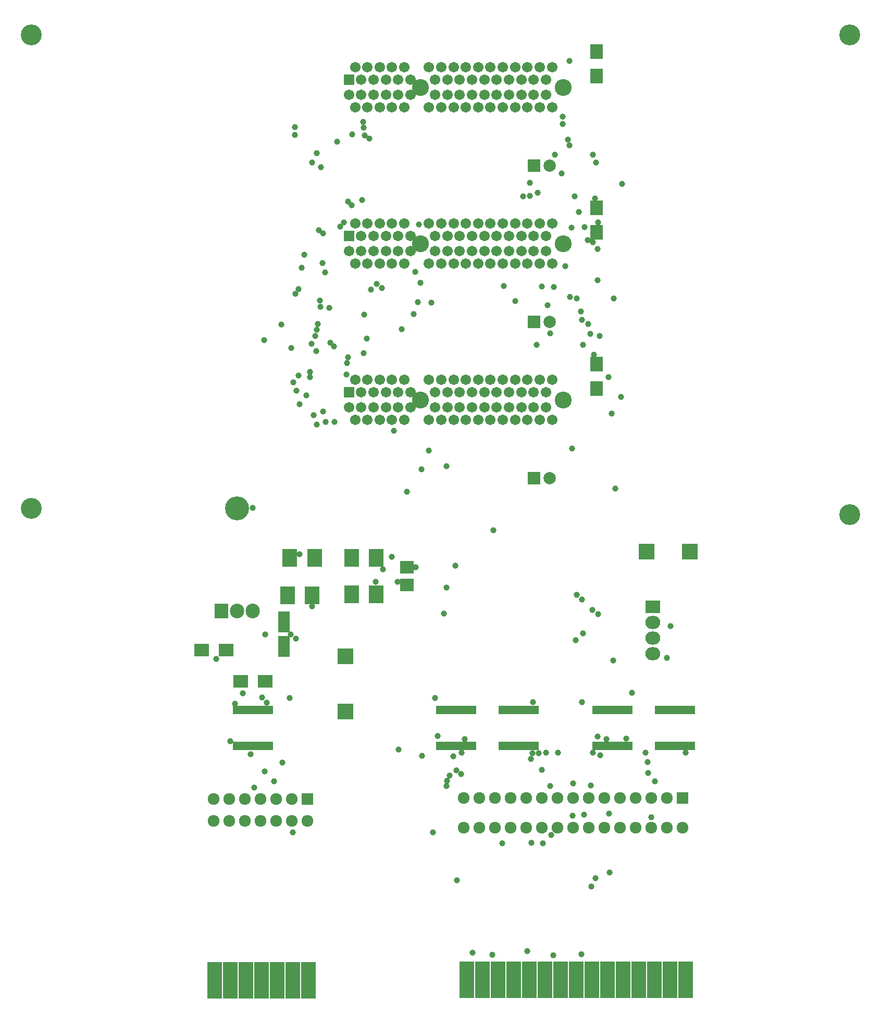
<source format=gts>
%TF.GenerationSoftware,KiCad,Pcbnew,4.0.2+dfsg1-stable*%
%TF.CreationDate,2019-06-27T14:18:58+02:00*%
%TF.ProjectId,abex,616265782E6B696361645F7063620000,rev?*%
%TF.FileFunction,Soldermask,Top*%
%FSLAX46Y46*%
G04 Gerber Fmt 4.6, Leading zero omitted, Abs format (unit mm)*
G04 Created by KiCad (PCBNEW 4.0.2+dfsg1-stable) date gio 27 giu 2019 14:18:58 CEST*
%MOMM*%
G01*
G04 APERTURE LIST*
%ADD10C,0.100000*%
%ADD11R,2.400000X2.000000*%
%ADD12R,1.901140X3.399740*%
%ADD13R,2.330400X5.988000*%
%ADD14C,1.924000*%
%ADD15R,1.924000X1.924000*%
%ADD16R,2.200860X1.997660*%
%ADD17R,2.400000X2.900000*%
%ADD18R,0.800000X1.400000*%
%ADD19R,2.635200X2.635200*%
%ADD20C,3.400000*%
%ADD21R,2.432000X2.127200*%
%ADD22O,2.432000X2.127200*%
%ADD23R,2.000000X2.000000*%
%ADD24C,2.000000*%
%ADD25O,3.900000X3.900000*%
%ADD26R,2.305000X2.400000*%
%ADD27O,2.305000X2.400000*%
%ADD28R,1.708000X1.708000*%
%ADD29C,1.708000*%
%ADD30C,2.750000*%
%ADD31R,2.000000X2.400000*%
%ADD32C,1.000000*%
G04 APERTURE END LIST*
D10*
D11*
X85630000Y-127000000D03*
X89630000Y-127000000D03*
X95980000Y-132080000D03*
X91980000Y-132080000D03*
D12*
X99060000Y-122461020D03*
X99060000Y-126458980D03*
D13*
X164330000Y-180652000D03*
X161790000Y-180652000D03*
X159250000Y-180652000D03*
X156710000Y-180652000D03*
X154170000Y-180652000D03*
X151630000Y-180652000D03*
X149090000Y-180652000D03*
X146550000Y-180652000D03*
X144010000Y-180652000D03*
X141470000Y-180652000D03*
X138930000Y-180652000D03*
X136390000Y-180652000D03*
X133850000Y-180652000D03*
X131310000Y-180652000D03*
X128770000Y-180652000D03*
D14*
X128220000Y-151074300D03*
X128220000Y-155925700D03*
X130760000Y-151074300D03*
X130760000Y-155925700D03*
X133300000Y-151074300D03*
X133300000Y-155925700D03*
X135840000Y-151074300D03*
X135840000Y-155925700D03*
X138380000Y-151074300D03*
X138380000Y-155925700D03*
X140920000Y-151074300D03*
X140920000Y-155925700D03*
X143460000Y-151074300D03*
X143460000Y-155925700D03*
X146000000Y-151074300D03*
X146000000Y-155925700D03*
X148540000Y-151074300D03*
X148540000Y-155925700D03*
X151080000Y-151074300D03*
X151080000Y-155925700D03*
X153620000Y-151074300D03*
X153620000Y-155925700D03*
X156160000Y-151074300D03*
X156160000Y-155925700D03*
X158700000Y-151074300D03*
X158700000Y-155925700D03*
X161240000Y-151074300D03*
X161240000Y-155925700D03*
D15*
X163780000Y-151074300D03*
D14*
X163780000Y-155925700D03*
D16*
X119000000Y-113580140D03*
X119000000Y-116419860D03*
D13*
X103022000Y-180690000D03*
X100482000Y-180690000D03*
X97942000Y-180690000D03*
X95402000Y-180690000D03*
X92862000Y-180690000D03*
X90322000Y-180690000D03*
X87782000Y-180690000D03*
D17*
X114000000Y-118000000D03*
X110000000Y-118000000D03*
X110000000Y-112000000D03*
X114000000Y-112000000D03*
X100000000Y-112000000D03*
X104000000Y-112000000D03*
D18*
X165485000Y-136800000D03*
X164835000Y-136800000D03*
X164185000Y-136800000D03*
X163535000Y-136800000D03*
X162885000Y-136800000D03*
X162235000Y-136800000D03*
X161585000Y-136800000D03*
X160935000Y-136800000D03*
X160285000Y-136800000D03*
X159635000Y-136800000D03*
X159635000Y-142600000D03*
X160285000Y-142600000D03*
X160935000Y-142600000D03*
X161585000Y-142600000D03*
X162235000Y-142600000D03*
X162885000Y-142600000D03*
X163535000Y-142600000D03*
X164185000Y-142600000D03*
X164835000Y-142600000D03*
X165485000Y-142600000D03*
X129925000Y-136800000D03*
X129275000Y-136800000D03*
X128625000Y-136800000D03*
X127975000Y-136800000D03*
X127325000Y-136800000D03*
X126675000Y-136800000D03*
X126025000Y-136800000D03*
X125375000Y-136800000D03*
X124725000Y-136800000D03*
X124075000Y-136800000D03*
X124075000Y-142600000D03*
X124725000Y-142600000D03*
X125375000Y-142600000D03*
X126025000Y-142600000D03*
X126675000Y-142600000D03*
X127325000Y-142600000D03*
X127975000Y-142600000D03*
X128625000Y-142600000D03*
X129275000Y-142600000D03*
X129925000Y-142600000D03*
X140085000Y-136800000D03*
X139435000Y-136800000D03*
X138785000Y-136800000D03*
X138135000Y-136800000D03*
X137485000Y-136800000D03*
X136835000Y-136800000D03*
X136185000Y-136800000D03*
X135535000Y-136800000D03*
X134885000Y-136800000D03*
X134235000Y-136800000D03*
X134235000Y-142600000D03*
X134885000Y-142600000D03*
X135535000Y-142600000D03*
X136185000Y-142600000D03*
X136835000Y-142600000D03*
X137485000Y-142600000D03*
X138135000Y-142600000D03*
X138785000Y-142600000D03*
X139435000Y-142600000D03*
X140085000Y-142600000D03*
X155325000Y-136800000D03*
X154675000Y-136800000D03*
X154025000Y-136800000D03*
X153375000Y-136800000D03*
X152725000Y-136800000D03*
X152075000Y-136800000D03*
X151425000Y-136800000D03*
X150775000Y-136800000D03*
X150125000Y-136800000D03*
X149475000Y-136800000D03*
X149475000Y-142600000D03*
X150125000Y-142600000D03*
X150775000Y-142600000D03*
X151425000Y-142600000D03*
X152075000Y-142600000D03*
X152725000Y-142600000D03*
X153375000Y-142600000D03*
X154025000Y-142600000D03*
X154675000Y-142600000D03*
X155325000Y-142600000D03*
D19*
X165000000Y-111000000D03*
X158000000Y-111000000D03*
D20*
X191000000Y-27000000D03*
X58000000Y-104000000D03*
X191000000Y-105000000D03*
X58000000Y-27000000D03*
D19*
X109000000Y-128000000D03*
X109000000Y-137000000D03*
D15*
X102870000Y-151257000D03*
D14*
X100330000Y-151257000D03*
X97790000Y-151257000D03*
X95250000Y-151257000D03*
X92710000Y-151257000D03*
X90170000Y-151257000D03*
X87630000Y-151257000D03*
X102870000Y-154817000D03*
X100330000Y-154817000D03*
X97790000Y-154817000D03*
X95250000Y-154817000D03*
X92710000Y-154817000D03*
X90170000Y-154817000D03*
X87630000Y-154817000D03*
D21*
X159000000Y-120000000D03*
D22*
X159000000Y-122540000D03*
X159000000Y-125080000D03*
X159000000Y-127620000D03*
D23*
X139700000Y-99060000D03*
D24*
X142200000Y-99060000D03*
D23*
X139700000Y-48260000D03*
D24*
X142200000Y-48260000D03*
D23*
X139700000Y-73660000D03*
D24*
X142200000Y-73660000D03*
D17*
X103600000Y-118110000D03*
X99600000Y-118110000D03*
D25*
X91440000Y-103990000D03*
D26*
X88900000Y-120650000D03*
D27*
X91440000Y-120650000D03*
X93980000Y-120650000D03*
D18*
X96905000Y-136800000D03*
X96255000Y-136800000D03*
X95605000Y-136800000D03*
X94955000Y-136800000D03*
X94305000Y-136800000D03*
X93655000Y-136800000D03*
X93005000Y-136800000D03*
X92355000Y-136800000D03*
X91705000Y-136800000D03*
X91055000Y-136800000D03*
X91055000Y-142600000D03*
X91705000Y-142600000D03*
X92355000Y-142600000D03*
X93005000Y-142600000D03*
X93655000Y-142600000D03*
X94305000Y-142600000D03*
X94955000Y-142600000D03*
X95605000Y-142600000D03*
X96255000Y-142600000D03*
X96905000Y-142600000D03*
D28*
X109600000Y-85110000D03*
D29*
X110600000Y-83110000D03*
X111600000Y-85110000D03*
X112600000Y-83110000D03*
X113600000Y-85110000D03*
X114600000Y-83110000D03*
X115600000Y-85110000D03*
X116600000Y-83110000D03*
X117600000Y-85110000D03*
X118600000Y-83110000D03*
X119600000Y-85110000D03*
X109600000Y-87610000D03*
X110600000Y-89610000D03*
X111600000Y-87610000D03*
X112600000Y-89610000D03*
X113600000Y-87610000D03*
X114600000Y-89610000D03*
X115600000Y-87610000D03*
X116600000Y-89610000D03*
X117600000Y-87610000D03*
X118600000Y-89610000D03*
X119600000Y-87610000D03*
X122600000Y-83110000D03*
X123600000Y-85110000D03*
X124600000Y-83110000D03*
X125600000Y-85110000D03*
X126600000Y-83110000D03*
X127600000Y-85110000D03*
X128600000Y-83110000D03*
X129600000Y-85110000D03*
X130600000Y-83110000D03*
X131600000Y-85110000D03*
X132600000Y-83110000D03*
X133600000Y-85110000D03*
X134600000Y-83110000D03*
X135600000Y-85110000D03*
X136600000Y-83110000D03*
X137600000Y-85110000D03*
X138600000Y-83110000D03*
X139600000Y-85110000D03*
X140600000Y-83110000D03*
X141600000Y-85110000D03*
X142600000Y-83110000D03*
X122600000Y-89610000D03*
X123600000Y-87610000D03*
X124600000Y-89610000D03*
X125600000Y-87610000D03*
X126600000Y-89610000D03*
X127600000Y-87610000D03*
X128600000Y-89610000D03*
X129600000Y-87610000D03*
X130600000Y-89610000D03*
X131600000Y-87610000D03*
X132600000Y-89610000D03*
X133600000Y-87610000D03*
X134600000Y-89610000D03*
X135600000Y-87610000D03*
X136600000Y-89610000D03*
X137600000Y-87610000D03*
X138600000Y-89610000D03*
X139600000Y-87610000D03*
X140600000Y-89610000D03*
X141600000Y-87610000D03*
X142600000Y-89610000D03*
D30*
X121250000Y-86360000D03*
X144400000Y-86360000D03*
D28*
X109600000Y-59710000D03*
D29*
X110600000Y-57710000D03*
X111600000Y-59710000D03*
X112600000Y-57710000D03*
X113600000Y-59710000D03*
X114600000Y-57710000D03*
X115600000Y-59710000D03*
X116600000Y-57710000D03*
X117600000Y-59710000D03*
X118600000Y-57710000D03*
X119600000Y-59710000D03*
X109600000Y-62210000D03*
X110600000Y-64210000D03*
X111600000Y-62210000D03*
X112600000Y-64210000D03*
X113600000Y-62210000D03*
X114600000Y-64210000D03*
X115600000Y-62210000D03*
X116600000Y-64210000D03*
X117600000Y-62210000D03*
X118600000Y-64210000D03*
X119600000Y-62210000D03*
X122600000Y-57710000D03*
X123600000Y-59710000D03*
X124600000Y-57710000D03*
X125600000Y-59710000D03*
X126600000Y-57710000D03*
X127600000Y-59710000D03*
X128600000Y-57710000D03*
X129600000Y-59710000D03*
X130600000Y-57710000D03*
X131600000Y-59710000D03*
X132600000Y-57710000D03*
X133600000Y-59710000D03*
X134600000Y-57710000D03*
X135600000Y-59710000D03*
X136600000Y-57710000D03*
X137600000Y-59710000D03*
X138600000Y-57710000D03*
X139600000Y-59710000D03*
X140600000Y-57710000D03*
X141600000Y-59710000D03*
X142600000Y-57710000D03*
X122600000Y-64210000D03*
X123600000Y-62210000D03*
X124600000Y-64210000D03*
X125600000Y-62210000D03*
X126600000Y-64210000D03*
X127600000Y-62210000D03*
X128600000Y-64210000D03*
X129600000Y-62210000D03*
X130600000Y-64210000D03*
X131600000Y-62210000D03*
X132600000Y-64210000D03*
X133600000Y-62210000D03*
X134600000Y-64210000D03*
X135600000Y-62210000D03*
X136600000Y-64210000D03*
X137600000Y-62210000D03*
X138600000Y-64210000D03*
X139600000Y-62210000D03*
X140600000Y-64210000D03*
X141600000Y-62210000D03*
X142600000Y-64210000D03*
D30*
X121250000Y-60960000D03*
X144400000Y-60960000D03*
D28*
X109600000Y-34310000D03*
D29*
X110600000Y-32310000D03*
X111600000Y-34310000D03*
X112600000Y-32310000D03*
X113600000Y-34310000D03*
X114600000Y-32310000D03*
X115600000Y-34310000D03*
X116600000Y-32310000D03*
X117600000Y-34310000D03*
X118600000Y-32310000D03*
X119600000Y-34310000D03*
X109600000Y-36810000D03*
X110600000Y-38810000D03*
X111600000Y-36810000D03*
X112600000Y-38810000D03*
X113600000Y-36810000D03*
X114600000Y-38810000D03*
X115600000Y-36810000D03*
X116600000Y-38810000D03*
X117600000Y-36810000D03*
X118600000Y-38810000D03*
X119600000Y-36810000D03*
X122600000Y-32310000D03*
X123600000Y-34310000D03*
X124600000Y-32310000D03*
X125600000Y-34310000D03*
X126600000Y-32310000D03*
X127600000Y-34310000D03*
X128600000Y-32310000D03*
X129600000Y-34310000D03*
X130600000Y-32310000D03*
X131600000Y-34310000D03*
X132600000Y-32310000D03*
X133600000Y-34310000D03*
X134600000Y-32310000D03*
X135600000Y-34310000D03*
X136600000Y-32310000D03*
X137600000Y-34310000D03*
X138600000Y-32310000D03*
X139600000Y-34310000D03*
X140600000Y-32310000D03*
X141600000Y-34310000D03*
X142600000Y-32310000D03*
X122600000Y-38810000D03*
X123600000Y-36810000D03*
X124600000Y-38810000D03*
X125600000Y-36810000D03*
X126600000Y-38810000D03*
X127600000Y-36810000D03*
X128600000Y-38810000D03*
X129600000Y-36810000D03*
X130600000Y-38810000D03*
X131600000Y-36810000D03*
X132600000Y-38810000D03*
X133600000Y-36810000D03*
X134600000Y-38810000D03*
X135600000Y-36810000D03*
X136600000Y-38810000D03*
X137600000Y-36810000D03*
X138600000Y-38810000D03*
X139600000Y-36810000D03*
X140600000Y-38810000D03*
X141600000Y-36810000D03*
X142600000Y-38810000D03*
D30*
X121250000Y-35560000D03*
X144400000Y-35560000D03*
D31*
X149860000Y-33750000D03*
X149860000Y-29750000D03*
X149860000Y-59150000D03*
X149860000Y-55150000D03*
X149860000Y-84550000D03*
X149860000Y-80550000D03*
D32*
X149238500Y-60703200D03*
X149568800Y-53599600D03*
X164327200Y-143669300D03*
X132863500Y-176555300D03*
X161271900Y-128306900D03*
X139435000Y-143807300D03*
X154675000Y-141401400D03*
X150330500Y-75977900D03*
X151741100Y-82698400D03*
X101010500Y-125194600D03*
X149411100Y-78999200D03*
X157778700Y-143673200D03*
X147643600Y-77396100D03*
X146433400Y-125384200D03*
X149229400Y-143685400D03*
X95980000Y-124485700D03*
X100135700Y-124485700D03*
X151442800Y-141525100D03*
X159307000Y-148350900D03*
X158700000Y-154186300D03*
X143559600Y-143699000D03*
X148868400Y-149007800D03*
X147390000Y-176446000D03*
X141624800Y-143684100D03*
X146000000Y-148698700D03*
X147813100Y-153743100D03*
X149701800Y-164066400D03*
X139132100Y-144756100D03*
X142270100Y-149147800D03*
X140413600Y-143803900D03*
X140920000Y-146531700D03*
X142490000Y-157065300D03*
X142804200Y-176677200D03*
X134549800Y-158394900D03*
X138575300Y-175965600D03*
X151870300Y-153620800D03*
X149015100Y-165486500D03*
X150389900Y-144086700D03*
X127094300Y-146619500D03*
X123261400Y-156676700D03*
X158205300Y-147002400D03*
X158105800Y-145190300D03*
X151911900Y-163184700D03*
X127779800Y-147136800D03*
X128432900Y-141539100D03*
X125420000Y-149150800D03*
X141141800Y-158400300D03*
X139250600Y-158386000D03*
X126507600Y-144257100D03*
X125567500Y-148239300D03*
X127893100Y-143678800D03*
X125986100Y-147448200D03*
X127149100Y-164471100D03*
X145965700Y-153975700D03*
X129708900Y-176179200D03*
X120476600Y-113554300D03*
X115099500Y-113928100D03*
X139507100Y-135524200D03*
X96255000Y-135593500D03*
X123624500Y-134819300D03*
X140924800Y-67958200D03*
X91055000Y-135734700D03*
X120991400Y-57841000D03*
X112188300Y-43347600D03*
X147463600Y-135468900D03*
X113898900Y-115973900D03*
X117528100Y-115973900D03*
X149994000Y-141037200D03*
X98774800Y-145349900D03*
X97445700Y-148393300D03*
X95922400Y-146786100D03*
X93655000Y-143920300D03*
X100482000Y-156686400D03*
X121451800Y-144174200D03*
X94241900Y-149377900D03*
X124018600Y-140971800D03*
X117640200Y-143207400D03*
X90290800Y-141848500D03*
X99961500Y-134778600D03*
X112927300Y-43842300D03*
X101534700Y-87041000D03*
X148846100Y-75592700D03*
X149132500Y-120466100D03*
X146933100Y-55814100D03*
X145151700Y-44065000D03*
X92368500Y-134029500D03*
X107119200Y-77676200D03*
X101367500Y-68315700D03*
X109240100Y-80384900D03*
X103278300Y-82663200D03*
X125448200Y-116836700D03*
X152559200Y-128713200D03*
X100776500Y-41990500D03*
X100867200Y-69120900D03*
X95495600Y-134734100D03*
X106546700Y-77045900D03*
X114133100Y-67473600D03*
X102368100Y-62756700D03*
X133055500Y-107554500D03*
X100579000Y-83486400D03*
X145458900Y-31280600D03*
X109416200Y-79478800D03*
X103278300Y-81812900D03*
X100776500Y-43292700D03*
X95808000Y-76610300D03*
X93928800Y-103869700D03*
X114928000Y-68195400D03*
X88000700Y-128425900D03*
X101951800Y-64851900D03*
X143084400Y-46469800D03*
X146589500Y-118032800D03*
X147431900Y-73364700D03*
X146253500Y-53305600D03*
X148512300Y-74061200D03*
X147470600Y-118803400D03*
X145399300Y-45020200D03*
X147656300Y-124306900D03*
X145517700Y-69634000D03*
X147256200Y-72014600D03*
X150123900Y-121219900D03*
X144161000Y-49522800D03*
X108215000Y-58156600D03*
X101092500Y-84837100D03*
X105256600Y-64095300D03*
X105363300Y-59311000D03*
X105801200Y-89933000D03*
X104722300Y-58741100D03*
X105386900Y-88217600D03*
X111972000Y-42077000D03*
X104330500Y-46274700D03*
X100256700Y-77896700D03*
X112109000Y-72531200D03*
X107283600Y-89933000D03*
X116907300Y-91342700D03*
X108800000Y-57481300D03*
X111972000Y-78803500D03*
X105752100Y-65631800D03*
X103498400Y-77238400D03*
X118131000Y-74836300D03*
X104081200Y-75948100D03*
X109431600Y-54129400D03*
X104907200Y-70212200D03*
X121357800Y-97645600D03*
X120377000Y-65546700D03*
X102697100Y-85585500D03*
X109213900Y-82252400D03*
X125015600Y-121055800D03*
X155578000Y-133937900D03*
X104265800Y-78399400D03*
X101427300Y-82424400D03*
X112472300Y-76401800D03*
X111883000Y-41176900D03*
X98582200Y-74143000D03*
X113178000Y-68428800D03*
X107709600Y-44405500D03*
X116525400Y-111847000D03*
X103885300Y-88872300D03*
X110154900Y-43234000D03*
X104369900Y-90376500D03*
X105036000Y-48528000D03*
X103617100Y-47783300D03*
X118983500Y-101256000D03*
X126884300Y-113326500D03*
X110059600Y-54704200D03*
X106430900Y-71397700D03*
X120807700Y-70443300D03*
X122587800Y-94635700D03*
X125488300Y-97101500D03*
X111746900Y-53852300D03*
X104979400Y-71208100D03*
X121238400Y-67307500D03*
X104328700Y-74992900D03*
X120112700Y-72404300D03*
X104576200Y-74037800D03*
X123003700Y-70561400D03*
X137923400Y-53246000D03*
X134726300Y-67817600D03*
X138970400Y-53154000D03*
X140110500Y-77449500D03*
X140286200Y-52710200D03*
X136600000Y-70311000D03*
X138984200Y-51039600D03*
X144303500Y-41504800D03*
X150054000Y-57551400D03*
X141895100Y-71015900D03*
X142891400Y-67978900D03*
X145848500Y-94235400D03*
X145757000Y-58318200D03*
X147864500Y-58266400D03*
X142323800Y-75534700D03*
X101565200Y-111472900D03*
X152663200Y-69851100D03*
X144303500Y-40301000D03*
X149199600Y-46483600D03*
X154019900Y-51239400D03*
X152898000Y-100796900D03*
X146639000Y-69851100D03*
X152319000Y-88575000D03*
X149985600Y-61866300D03*
X144790400Y-64594400D03*
X161850300Y-123169900D03*
X149982700Y-66884300D03*
X148388100Y-60430200D03*
X153809400Y-85889500D03*
X149710000Y-47741900D03*
X103600000Y-119917800D03*
M02*

</source>
